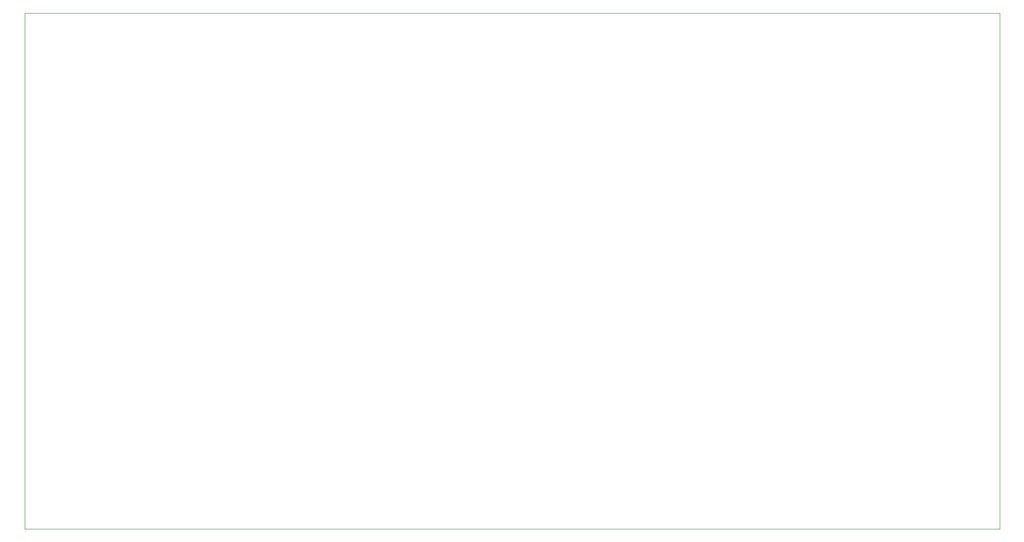
<source format=gbr>
%TF.GenerationSoftware,KiCad,Pcbnew,7.0.7*%
%TF.CreationDate,2024-01-02T15:01:59+01:00*%
%TF.ProjectId,periphery_5_drivers,70657269-7068-4657-9279-5f355f647269,rev?*%
%TF.SameCoordinates,Original*%
%TF.FileFunction,Profile,NP*%
%FSLAX46Y46*%
G04 Gerber Fmt 4.6, Leading zero omitted, Abs format (unit mm)*
G04 Created by KiCad (PCBNEW 7.0.7) date 2024-01-02 15:01:59*
%MOMM*%
%LPD*%
G01*
G04 APERTURE LIST*
%TA.AperFunction,Profile*%
%ADD10C,0.100000*%
%TD*%
G04 APERTURE END LIST*
D10*
X64000000Y-131000000D02*
X64000000Y-41000000D01*
X64000000Y-41000000D02*
X234000000Y-41000000D01*
X234000000Y-41000000D02*
X234000000Y-131000000D01*
X234000000Y-131000000D02*
X64000000Y-131000000D01*
M02*

</source>
